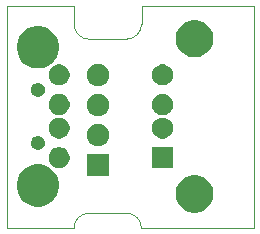
<source format=gbr>
G04 #@! TF.GenerationSoftware,KiCad,Pcbnew,(5.1.5)-3*
G04 #@! TF.CreationDate,2023-08-31T22:46:46+02:00*
G04 #@! TF.ProjectId,usb-trace-adapter,7573622d-7472-4616-9365-2d6164617074,A*
G04 #@! TF.SameCoordinates,PX57b03e0PY53d00e0*
G04 #@! TF.FileFunction,Soldermask,Bot*
G04 #@! TF.FilePolarity,Negative*
%FSLAX46Y46*%
G04 Gerber Fmt 4.6, Leading zero omitted, Abs format (unit mm)*
G04 Created by KiCad (PCBNEW (5.1.5)-3) date 2023-08-31 22:46:46*
%MOMM*%
%LPD*%
G04 APERTURE LIST*
%ADD10C,0.050000*%
%ADD11C,0.020000*%
G04 APERTURE END LIST*
D10*
X11430000Y0D02*
X20955000Y0D01*
X6985000Y1270000D02*
X10160000Y1270000D01*
X10160000Y1270000D02*
G75*
G02X11430000Y0I0J-1270000D01*
G01*
X5715000Y0D02*
G75*
G02X6985000Y1270000I1270000J0D01*
G01*
X11430000Y18796000D02*
X20955000Y18796000D01*
X11430000Y17272000D02*
X11430000Y18796000D01*
X5715000Y17272000D02*
X5715000Y18796000D01*
X10160000Y16002000D02*
X6985000Y16002000D01*
X11430000Y17272000D02*
G75*
G02X10160000Y16002000I-1270000J0D01*
G01*
X6985000Y16002000D02*
G75*
G02X5715000Y17272000I0J1270000D01*
G01*
X0Y18796000D02*
X0Y0D01*
X5715000Y18796000D02*
X0Y18796000D01*
X20955000Y0D02*
X20955000Y18796000D01*
X0Y0D02*
X5715000Y0D01*
D11*
G36*
X16381465Y4426839D02*
G01*
X16670626Y4307065D01*
X16930865Y4133179D01*
X17152179Y3911865D01*
X17326065Y3651626D01*
X17445839Y3362465D01*
X17506900Y3055493D01*
X17506900Y2742507D01*
X17445839Y2435535D01*
X17326065Y2146374D01*
X17152179Y1886135D01*
X16930865Y1664821D01*
X16670626Y1490935D01*
X16381465Y1371161D01*
X16074493Y1310100D01*
X15761507Y1310100D01*
X15454535Y1371161D01*
X15165374Y1490935D01*
X14905135Y1664821D01*
X14683821Y1886135D01*
X14509935Y2146374D01*
X14390161Y2435535D01*
X14329100Y2742507D01*
X14329100Y3055493D01*
X14390161Y3362465D01*
X14509935Y3651626D01*
X14683821Y3911865D01*
X14905135Y4133179D01*
X15165374Y4307065D01*
X15454535Y4426839D01*
X15761507Y4487900D01*
X16074493Y4487900D01*
X16381465Y4426839D01*
G37*
G36*
X3177803Y5339154D02*
G01*
X3503362Y5204303D01*
X3796357Y5008530D01*
X4045530Y4759357D01*
X4241303Y4466362D01*
X4376154Y4140803D01*
X4444900Y3795191D01*
X4444900Y3442809D01*
X4376154Y3097197D01*
X4241303Y2771638D01*
X4045530Y2478643D01*
X3796357Y2229470D01*
X3503362Y2033697D01*
X3177803Y1898846D01*
X2832191Y1830100D01*
X2479809Y1830100D01*
X2134197Y1898846D01*
X1808638Y2033697D01*
X1515643Y2229470D01*
X1266470Y2478643D01*
X1070697Y2771638D01*
X935846Y3097197D01*
X867100Y3442809D01*
X867100Y3795191D01*
X935846Y4140803D01*
X1070697Y4466362D01*
X1266470Y4759357D01*
X1515643Y5008530D01*
X1808638Y5204303D01*
X2134197Y5339154D01*
X2479809Y5407900D01*
X2832191Y5407900D01*
X3177803Y5339154D01*
G37*
G36*
X8685900Y4410100D02*
G01*
X6808100Y4410100D01*
X6808100Y6287900D01*
X8685900Y6287900D01*
X8685900Y4410100D01*
G37*
G36*
X14096900Y5080100D02*
G01*
X12319100Y5080100D01*
X12319100Y6857900D01*
X14096900Y6857900D01*
X14096900Y5080100D01*
G37*
G36*
X4715283Y6823740D02*
G01*
X4877052Y6756733D01*
X5022641Y6659454D01*
X5146454Y6535641D01*
X5243733Y6390052D01*
X5310740Y6228283D01*
X5344900Y6056549D01*
X5344900Y5881451D01*
X5310740Y5709717D01*
X5243733Y5547948D01*
X5146454Y5402359D01*
X5022641Y5278546D01*
X4877052Y5181267D01*
X4715283Y5114260D01*
X4543549Y5080100D01*
X4368451Y5080100D01*
X4196717Y5114260D01*
X4034948Y5181267D01*
X3889359Y5278546D01*
X3765546Y5402359D01*
X3668267Y5547948D01*
X3601260Y5709717D01*
X3567100Y5881451D01*
X3567100Y6056549D01*
X3601260Y6228283D01*
X3668267Y6390052D01*
X3765546Y6535641D01*
X3889359Y6659454D01*
X4034948Y6756733D01*
X4196717Y6823740D01*
X4368451Y6857900D01*
X4543549Y6857900D01*
X4715283Y6823740D01*
G37*
G36*
X2728127Y7810090D02*
G01*
X2827773Y7790270D01*
X2934952Y7745875D01*
X3031403Y7681429D01*
X3113429Y7599403D01*
X3177875Y7502952D01*
X3222270Y7395773D01*
X3242090Y7296127D01*
X3243213Y7290485D01*
X3244900Y7282001D01*
X3244900Y7165999D01*
X3222270Y7052227D01*
X3177875Y6945048D01*
X3113429Y6848597D01*
X3031403Y6766571D01*
X2934952Y6702125D01*
X2827773Y6657730D01*
X2728127Y6637910D01*
X2714002Y6635100D01*
X2597998Y6635100D01*
X2583873Y6637910D01*
X2484227Y6657730D01*
X2377048Y6702125D01*
X2280597Y6766571D01*
X2198571Y6848597D01*
X2134125Y6945048D01*
X2089730Y7052227D01*
X2067100Y7165999D01*
X2067100Y7282001D01*
X2068788Y7290485D01*
X2069910Y7296127D01*
X2089730Y7395773D01*
X2134125Y7502952D01*
X2198571Y7599403D01*
X2280597Y7681429D01*
X2377048Y7745875D01*
X2484227Y7790270D01*
X2583873Y7810090D01*
X2597998Y7812900D01*
X2714002Y7812900D01*
X2728127Y7810090D01*
G37*
G36*
X8020867Y8791819D02*
G01*
X8191736Y8721042D01*
X8345514Y8618291D01*
X8476291Y8487514D01*
X8579042Y8333736D01*
X8649819Y8162867D01*
X8685900Y7981474D01*
X8685900Y7796526D01*
X8649819Y7615133D01*
X8579042Y7444264D01*
X8476291Y7290486D01*
X8345514Y7159709D01*
X8191736Y7056958D01*
X8020867Y6986181D01*
X7839474Y6950100D01*
X7654526Y6950100D01*
X7473133Y6986181D01*
X7302264Y7056958D01*
X7148486Y7159709D01*
X7017709Y7290486D01*
X6914958Y7444264D01*
X6844181Y7615133D01*
X6808100Y7796526D01*
X6808100Y7981474D01*
X6844181Y8162867D01*
X6914958Y8333736D01*
X7017709Y8487514D01*
X7148486Y8618291D01*
X7302264Y8721042D01*
X7473133Y8791819D01*
X7654526Y8827900D01*
X7839474Y8827900D01*
X8020867Y8791819D01*
G37*
G36*
X4715283Y9323740D02*
G01*
X4877052Y9256733D01*
X5022641Y9159454D01*
X5146454Y9035641D01*
X5243733Y8890052D01*
X5310740Y8728283D01*
X5344900Y8556549D01*
X5344900Y8381451D01*
X5310740Y8209717D01*
X5243733Y8047948D01*
X5146454Y7902359D01*
X5022641Y7778546D01*
X4877052Y7681267D01*
X4715283Y7614260D01*
X4543549Y7580100D01*
X4368451Y7580100D01*
X4196717Y7614260D01*
X4034948Y7681267D01*
X3889359Y7778546D01*
X3765546Y7902359D01*
X3668267Y8047948D01*
X3601260Y8209717D01*
X3567100Y8381451D01*
X3567100Y8556549D01*
X3601260Y8728283D01*
X3668267Y8890052D01*
X3765546Y9035641D01*
X3889359Y9159454D01*
X4034948Y9256733D01*
X4196717Y9323740D01*
X4368451Y9357900D01*
X4543549Y9357900D01*
X4715283Y9323740D01*
G37*
G36*
X13467283Y9323740D02*
G01*
X13629052Y9256733D01*
X13774641Y9159454D01*
X13898454Y9035641D01*
X13995733Y8890052D01*
X14062740Y8728283D01*
X14096900Y8556549D01*
X14096900Y8381451D01*
X14062740Y8209717D01*
X13995733Y8047948D01*
X13898454Y7902359D01*
X13774641Y7778546D01*
X13629052Y7681267D01*
X13467283Y7614260D01*
X13295549Y7580100D01*
X13120451Y7580100D01*
X12948717Y7614260D01*
X12786948Y7681267D01*
X12641359Y7778546D01*
X12517546Y7902359D01*
X12420267Y8047948D01*
X12353260Y8209717D01*
X12319100Y8381451D01*
X12319100Y8556549D01*
X12353260Y8728283D01*
X12420267Y8890052D01*
X12517546Y9035641D01*
X12641359Y9159454D01*
X12786948Y9256733D01*
X12948717Y9323740D01*
X13120451Y9357900D01*
X13295549Y9357900D01*
X13467283Y9323740D01*
G37*
G36*
X8020867Y11331819D02*
G01*
X8191736Y11261042D01*
X8345514Y11158291D01*
X8476291Y11027514D01*
X8579042Y10873736D01*
X8649819Y10702867D01*
X8685900Y10521474D01*
X8685900Y10336526D01*
X8649819Y10155133D01*
X8579042Y9984264D01*
X8476291Y9830486D01*
X8345514Y9699709D01*
X8191736Y9596958D01*
X8020867Y9526181D01*
X7839474Y9490100D01*
X7654526Y9490100D01*
X7473133Y9526181D01*
X7302264Y9596958D01*
X7148486Y9699709D01*
X7017709Y9830486D01*
X6914958Y9984264D01*
X6844181Y10155133D01*
X6808100Y10336526D01*
X6808100Y10521474D01*
X6844181Y10702867D01*
X6914958Y10873736D01*
X7017709Y11027514D01*
X7148486Y11158291D01*
X7302264Y11261042D01*
X7473133Y11331819D01*
X7654526Y11367900D01*
X7839474Y11367900D01*
X8020867Y11331819D01*
G37*
G36*
X4715283Y11323740D02*
G01*
X4877052Y11256733D01*
X5022641Y11159454D01*
X5146454Y11035641D01*
X5243733Y10890052D01*
X5310740Y10728283D01*
X5344900Y10556549D01*
X5344900Y10381451D01*
X5310740Y10209717D01*
X5243733Y10047948D01*
X5146454Y9902359D01*
X5022641Y9778546D01*
X4877052Y9681267D01*
X4715283Y9614260D01*
X4543549Y9580100D01*
X4368451Y9580100D01*
X4196717Y9614260D01*
X4034948Y9681267D01*
X3889359Y9778546D01*
X3765546Y9902359D01*
X3668267Y10047948D01*
X3601260Y10209717D01*
X3567100Y10381451D01*
X3567100Y10556549D01*
X3601260Y10728283D01*
X3668267Y10890052D01*
X3765546Y11035641D01*
X3889359Y11159454D01*
X4034948Y11256733D01*
X4196717Y11323740D01*
X4368451Y11357900D01*
X4543549Y11357900D01*
X4715283Y11323740D01*
G37*
G36*
X13467283Y11323740D02*
G01*
X13629052Y11256733D01*
X13774641Y11159454D01*
X13898454Y11035641D01*
X13995733Y10890052D01*
X14062740Y10728283D01*
X14096900Y10556549D01*
X14096900Y10381451D01*
X14062740Y10209717D01*
X13995733Y10047948D01*
X13898454Y9902359D01*
X13774641Y9778546D01*
X13629052Y9681267D01*
X13467283Y9614260D01*
X13295549Y9580100D01*
X13120451Y9580100D01*
X12948717Y9614260D01*
X12786948Y9681267D01*
X12641359Y9778546D01*
X12517546Y9902359D01*
X12420267Y10047948D01*
X12353260Y10209717D01*
X12319100Y10381451D01*
X12319100Y10556549D01*
X12353260Y10728283D01*
X12420267Y10890052D01*
X12517546Y11035641D01*
X12641359Y11159454D01*
X12786948Y11256733D01*
X12948717Y11323740D01*
X13120451Y11357900D01*
X13295549Y11357900D01*
X13467283Y11323740D01*
G37*
G36*
X2728127Y12300090D02*
G01*
X2827773Y12280270D01*
X2934952Y12235875D01*
X3031403Y12171429D01*
X3113429Y12089403D01*
X3177875Y11992952D01*
X3222270Y11885773D01*
X3244900Y11772001D01*
X3244900Y11655999D01*
X3222270Y11542227D01*
X3177875Y11435048D01*
X3113429Y11338597D01*
X3031403Y11256571D01*
X2934952Y11192125D01*
X2827773Y11147730D01*
X2728127Y11127910D01*
X2714002Y11125100D01*
X2597998Y11125100D01*
X2583873Y11127910D01*
X2484227Y11147730D01*
X2377048Y11192125D01*
X2280597Y11256571D01*
X2198571Y11338597D01*
X2134125Y11435048D01*
X2089730Y11542227D01*
X2067100Y11655999D01*
X2067100Y11772001D01*
X2089730Y11885773D01*
X2134125Y11992952D01*
X2198571Y12089403D01*
X2280597Y12171429D01*
X2377048Y12235875D01*
X2484227Y12280270D01*
X2583873Y12300090D01*
X2597998Y12302900D01*
X2714002Y12302900D01*
X2728127Y12300090D01*
G37*
G36*
X8020867Y13871819D02*
G01*
X8191736Y13801042D01*
X8345514Y13698291D01*
X8476291Y13567514D01*
X8579042Y13413736D01*
X8649819Y13242867D01*
X8685900Y13061474D01*
X8685900Y12876526D01*
X8649819Y12695133D01*
X8579042Y12524264D01*
X8476291Y12370486D01*
X8345514Y12239709D01*
X8191736Y12136958D01*
X8020867Y12066181D01*
X7839474Y12030100D01*
X7654526Y12030100D01*
X7473133Y12066181D01*
X7302264Y12136958D01*
X7148486Y12239709D01*
X7017709Y12370486D01*
X6914958Y12524264D01*
X6844181Y12695133D01*
X6808100Y12876526D01*
X6808100Y13061474D01*
X6844181Y13242867D01*
X6914958Y13413736D01*
X7017709Y13567514D01*
X7148486Y13698291D01*
X7302264Y13801042D01*
X7473133Y13871819D01*
X7654526Y13907900D01*
X7839474Y13907900D01*
X8020867Y13871819D01*
G37*
G36*
X13467283Y13823740D02*
G01*
X13629052Y13756733D01*
X13774641Y13659454D01*
X13898454Y13535641D01*
X13995733Y13390052D01*
X14062740Y13228283D01*
X14096900Y13056549D01*
X14096900Y12881451D01*
X14062740Y12709717D01*
X13995733Y12547948D01*
X13898454Y12402359D01*
X13774641Y12278546D01*
X13629052Y12181267D01*
X13467283Y12114260D01*
X13295549Y12080100D01*
X13120451Y12080100D01*
X12948717Y12114260D01*
X12786948Y12181267D01*
X12641359Y12278546D01*
X12517546Y12402359D01*
X12420267Y12547948D01*
X12353260Y12709717D01*
X12319100Y12881451D01*
X12319100Y13056549D01*
X12353260Y13228283D01*
X12420267Y13390052D01*
X12517546Y13535641D01*
X12641359Y13659454D01*
X12786948Y13756733D01*
X12948717Y13823740D01*
X13120451Y13857900D01*
X13295549Y13857900D01*
X13467283Y13823740D01*
G37*
G36*
X4715283Y13823740D02*
G01*
X4877052Y13756733D01*
X5022641Y13659454D01*
X5146454Y13535641D01*
X5243733Y13390052D01*
X5310740Y13228283D01*
X5344900Y13056549D01*
X5344900Y12881451D01*
X5310740Y12709717D01*
X5243733Y12547948D01*
X5146454Y12402359D01*
X5022641Y12278546D01*
X4877052Y12181267D01*
X4715283Y12114260D01*
X4543549Y12080100D01*
X4368451Y12080100D01*
X4196717Y12114260D01*
X4034948Y12181267D01*
X3889359Y12278546D01*
X3765546Y12402359D01*
X3668267Y12547948D01*
X3601260Y12709717D01*
X3567100Y12881451D01*
X3567100Y13056549D01*
X3601260Y13228283D01*
X3668267Y13390052D01*
X3765546Y13535641D01*
X3889359Y13659454D01*
X4034948Y13756733D01*
X4196717Y13823740D01*
X4368451Y13857900D01*
X4543549Y13857900D01*
X4715283Y13823740D01*
G37*
G36*
X3177803Y17039154D02*
G01*
X3503362Y16904303D01*
X3796357Y16708530D01*
X4045530Y16459357D01*
X4241303Y16166362D01*
X4376154Y15840803D01*
X4444900Y15495191D01*
X4444900Y15142809D01*
X4376154Y14797197D01*
X4241303Y14471638D01*
X4045530Y14178643D01*
X3796357Y13929470D01*
X3503362Y13733697D01*
X3177803Y13598846D01*
X2832191Y13530100D01*
X2479809Y13530100D01*
X2134197Y13598846D01*
X1808638Y13733697D01*
X1515643Y13929470D01*
X1266470Y14178643D01*
X1070697Y14471638D01*
X935846Y14797197D01*
X867100Y15142809D01*
X867100Y15495191D01*
X935846Y15840803D01*
X1070697Y16166362D01*
X1266470Y16459357D01*
X1515643Y16708530D01*
X1808638Y16904303D01*
X2134197Y17039154D01*
X2479809Y17107900D01*
X2832191Y17107900D01*
X3177803Y17039154D01*
G37*
G36*
X16381465Y17566839D02*
G01*
X16670626Y17447065D01*
X16930865Y17273179D01*
X17152179Y17051865D01*
X17326065Y16791626D01*
X17445839Y16502465D01*
X17506900Y16195493D01*
X17506900Y15882507D01*
X17445839Y15575535D01*
X17326065Y15286374D01*
X17152179Y15026135D01*
X16930865Y14804821D01*
X16670626Y14630935D01*
X16381465Y14511161D01*
X16074493Y14450100D01*
X15761507Y14450100D01*
X15454535Y14511161D01*
X15165374Y14630935D01*
X14905135Y14804821D01*
X14683821Y15026135D01*
X14509935Y15286374D01*
X14390161Y15575535D01*
X14329100Y15882507D01*
X14329100Y16195493D01*
X14390161Y16502465D01*
X14509935Y16791626D01*
X14683821Y17051865D01*
X14905135Y17273179D01*
X15165374Y17447065D01*
X15454535Y17566839D01*
X15761507Y17627900D01*
X16074493Y17627900D01*
X16381465Y17566839D01*
G37*
M02*

</source>
